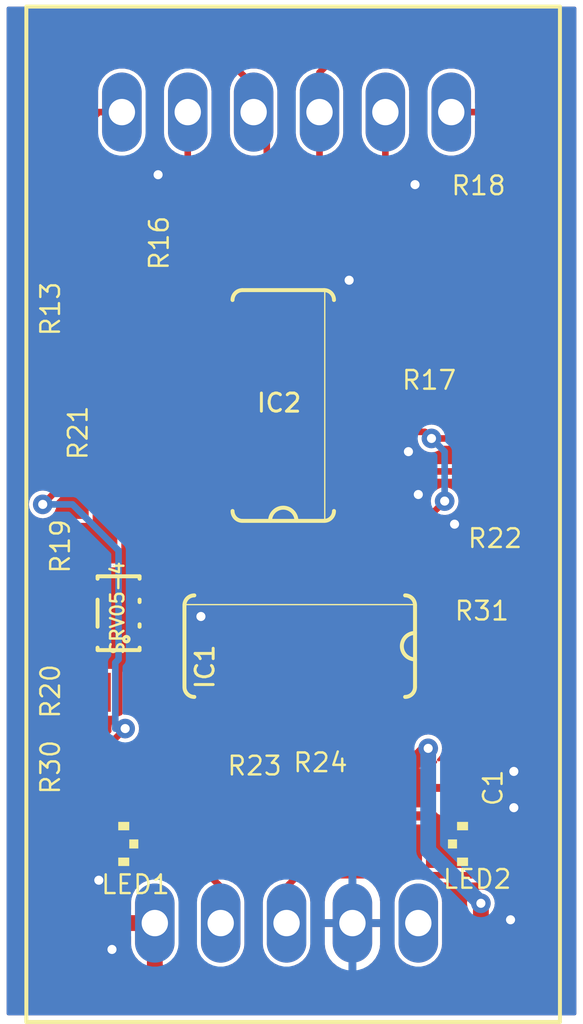
<source format=kicad_pcb>
(kicad_pcb (version 20221018) (generator pcbnew)
  (layers (0 "F.Cu" signal) (31 "B.Cu" signal) (34 "B.Paste" user) (35 "F.Paste" user) (36 "B.SilkS" user "B.Silkscreen") (37 "F.SilkS" user "F.Silkscreen") (38 "B.Mask" user) (39 "F.Mask" user) (44 "Edge.Cuts" user))
  (net 0 "")
  (net 1 "GND")
  (net 2 "VIN_BAWAH")
  (net 3 "TX_MX")
  (net 4 "RX_MX")
  (net 5 "DIR_MX")
  (net 6 "DIR_XL")
  (net 7 "TTL_MX")
  (net 8 "TTL_XL")
  (net 9 "RX_XL")
  (net 10 "TX_XL")
  (net 11 "1OE_HCT14")
  (net 12 "N$3")
  (net 13 "N$18")
  (net 14 "N$21")
  (net 15 "N$25")
  (net 16 "TTL_MX_IN")
  (net 17 "TTL_XL_IN")
  (net 18 "4OE_HCT14")
  (net 19 "3V3")
  (net 20 "N$1")
  (net 21 "N$2")
  (net 22 "N$4")
  (net 23 "N$5")
  (footprint "transceiver 2.0:R0805" (layer "F.Cu") (at 141.7066 93.7006 90)
    (fp_text reference "R16" (at 0.127 1.27 90) (layer "F.SilkS") (effects (font (size 0.719328 0.719328) (thickness 0.093472)) (justify right top)))
    (fp_text value "330")
    (pad "1" smd rect (at -0.95 0 90) (size 1.3 1.5) (layers "F.Cu" "F.Paste" "F.Mask") (net 9 "RX_XL"))
    (pad "2" smd rect (at 0.95 0 90) (size 1.3 1.5) (layers "F.Cu" "F.Paste" "F.Mask") (net 1 "GND"))
  )
  (footprint "transceiver 2.0:R0805" (layer "F.Cu") (at 155.8036 95.0976 90)
    (fp_text reference "R18" (at 3.048 1.016) (layer "F.SilkS") (effects (font (size 0.719328 0.719328) (thickness 0.093472)) (justify right top)))
    (fp_text value "330")
    (pad "1" smd rect (at -0.95 0 90) (size 1.3 1.5) (layers "F.Cu" "F.Paste" "F.Mask") (net 4 "RX_MX"))
    (pad "2" smd rect (at 0.95 0 90) (size 1.3 1.5) (layers "F.Cu" "F.Paste" "F.Mask") (net 1 "GND"))
  )
  (footprint "transceiver 2.0:SOT23-6" (layer "F.Cu") (at 141.8336 108.9406 90)
    (fp_text reference "SRV05-4" (at -1.651 0.254 90) (layer "F.SilkS") (effects (font (size 0.516128 0.516128) (thickness 0.093472)) (justify left bottom)))
    (fp_text value "10F200T" hide)
    (fp_line (start -1.422 -0.81) (end -1.328 -0.81) (stroke (width 0.1524)) (layer "F.SilkS"))
    (fp_line (start -1.422 0.81) (end -1.422 -0.81) (stroke (width 0.1524)) (layer "F.SilkS"))
    (fp_line (start -1.328 0.81) (end -1.422 0.81) (stroke (width 0.1524)) (layer "F.SilkS"))
    (fp_line (start -0.522 -0.81) (end 0.522 -0.81) (stroke (width 0.1524)) (layer "F.SilkS"))
    (fp_line (start -0.428 0.81) (end -0.522 0.81) (stroke (width 0.1524)) (layer "F.SilkS"))
    (fp_line (start 0.522 0.81) (end 0.428 0.81) (stroke (width 0.1524)) (layer "F.SilkS"))
    (fp_line (start 1.328 -0.81) (end 1.422 -0.81) (stroke (width 0.1524)) (layer "F.SilkS"))
    (fp_line (start 1.422 -0.81) (end 1.422 0.81) (stroke (width 0.1524)) (layer "F.SilkS"))
    (fp_line (start 1.422 0.81) (end 1.328 0.81) (stroke (width 0.1524)) (layer "F.SilkS"))
    (fp_circle (center -1 0.3) (end -0.9 0.3) (stroke (width 0.127)) (fill none) (layer "F.SilkS"))
    (pad "1" smd rect (at -0.95 1.3 90) (size 0.55 1.2) (layers "F.Cu" "F.Paste" "F.Mask") (net 16 "TTL_MX_IN"))
    (pad "2" smd rect (at 0 1.3 90) (size 0.55 1.2) (layers "F.Cu" "F.Paste" "F.Mask") (net 1 "GND"))
    (pad "3" smd rect (at 0.95 1.3 90) (size 0.55 1.2) (layers "F.Cu" "F.Paste" "F.Mask") (net 17 "TTL_XL_IN"))
    (pad "4" smd rect (at 0.95 -1.3 90) (size 0.55 1.2) (layers "F.Cu" "F.Paste" "F.Mask"))
    (pad "5" smd rect (at 0 -1.3 90) (size 0.55 1.2) (layers "F.Cu" "F.Paste" "F.Mask") (net 2 "VIN_BAWAH"))
    (pad "6" smd rect (at -0.95 -1.3 90) (size 0.55 1.2) (layers "F.Cu" "F.Paste" "F.Mask"))
  )
  (footprint "transceiver 2.0:TRANSCEIVER_2.0" (layer "F.Cu") (at 139.6746 87.0966)
    (fp_text reference "U$1" hide)
    (fp_text value "TRANSCEIVER_2.0" hide)
    (fp_line (start -1.397 -1.524) (end 19.177 -1.524) (stroke (width 0.1524)) (layer "F.SilkS"))
    (fp_line (start -1.397 37.592) (end -1.397 -1.524) (stroke (width 0.1524)) (layer "F.SilkS"))
    (fp_line (start 19.177 -1.524) (end 19.177 37.592) (stroke (width 0.1524)) (layer "F.SilkS"))
    (fp_line (start 19.177 37.592) (end -1.397 37.592) (stroke (width 0.1524)) (layer "F.SilkS"))
    (pad "1" thru_hole oval (at 14.986 2.54 90) (size 3.048 1.524) (drill 1.016) (layers "*.Cu" "*.Mask") (net 3 "TX_MX"))
    (pad "2" thru_hole oval (at 12.446 2.54 90) (size 3.048 1.524) (drill 1.016) (layers "*.Cu" "*.Mask") (net 4 "RX_MX"))
    (pad "3" thru_hole oval (at 9.906 2.54 90) (size 3.048 1.524) (drill 1.016) (layers "*.Cu" "*.Mask") (net 5 "DIR_MX"))
    (pad "4" thru_hole oval (at 7.366 2.54 90) (size 3.048 1.524) (drill 1.016) (layers "*.Cu" "*.Mask") (net 6 "DIR_XL"))
    (pad "5" thru_hole oval (at 4.826 2.54 90) (size 3.048 1.524) (drill 1.016) (layers "*.Cu" "*.Mask") (net 9 "RX_XL"))
    (pad "6" thru_hole oval (at 2.286 2.54 90) (size 3.048 1.524) (drill 1.016) (layers "*.Cu" "*.Mask") (net 10 "TX_XL"))
    (pad "7" thru_hole oval (at 3.556 33.782 90) (size 3.048 1.524) (drill 1.016) (layers "*.Cu" "*.Mask") (net 2 "VIN_BAWAH"))
    (pad "8" thru_hole oval (at 6.096 33.782 90) (size 3.048 1.524) (drill 1.016) (layers "*.Cu" "*.Mask") (net 8 "TTL_XL"))
    (pad "9" thru_hole oval (at 8.636 33.782 90) (size 3.048 1.524) (drill 1.016) (layers "*.Cu" "*.Mask") (net 7 "TTL_MX"))
    (pad "10" thru_hole oval (at 11.176 33.782 90) (size 3.048 1.524) (drill 1.016) (layers "*.Cu" "*.Mask") (net 1 "GND"))
    (pad "11" thru_hole oval (at 13.716 33.782 90) (size 3.048 1.524) (drill 1.016) (layers "*.Cu" "*.Mask") (net 19 "3V3"))
  )
  (footprint "transceiver 2.0:R0805" (layer "F.Cu") (at 141.8336 111.9886 180)
    (fp_text reference "R20" (at 3.048 1.143 90) (layer "F.SilkS") (effects (font (size 0.719328 0.719328) (thickness 0.093472)) (justify right top)))
    (fp_text value "10k")
    (pad "1" smd rect (at -0.95 0 180) (size 1.3 1.5) (layers "F.Cu" "F.Paste" "F.Mask") (net 16 "TTL_MX_IN"))
    (pad "2" smd rect (at 0.95 0 180) (size 1.3 1.5) (layers "F.Cu" "F.Paste" "F.Mask") (net 2 "VIN_BAWAH"))
  )
  (footprint "transceiver 2.0:R0805" (layer "F.Cu") (at 154.7876 98.3996)
    (fp_text reference "R17" (at 0.127 1.143) (layer "F.SilkS") (effects (font (size 0.719328 0.719328) (thickness 0.093472)) (justify right top)))
    (fp_text value "330")
    (pad "1" smd rect (at -0.95 0) (size 1.3 1.5) (layers "F.Cu" "F.Paste" "F.Mask") (net 14 "N$21"))
    (pad "2" smd rect (at 0.95 0) (size 1.3 1.5) (layers "F.Cu" "F.Paste" "F.Mask") (net 4 "RX_MX"))
  )
  (footprint "transceiver 2.0:R0805" (layer "F.Cu") (at 149.7076 117.0686 90)
    (fp_text reference "R24" (at 2.794 1.016) (layer "F.SilkS") (effects (font (size 0.719328 0.719328) (thickness 0.093472)) (justify right top)))
    (fp_text value "330")
    (pad "1" smd rect (at -0.95 0 90) (size 1.3 1.5) (layers "F.Cu" "F.Paste" "F.Mask") (net 21 "N$2"))
    (pad "2" smd rect (at 0.95 0 90) (size 1.3 1.5) (layers "F.Cu" "F.Paste" "F.Mask") (net 20 "N$1"))
  )
  (footprint "transceiver 2.0:R0805" (layer "F.Cu") (at 141.8336 97.1296 180)
    (fp_text reference "R13" (at 3.048 1.016 90) (layer "F.SilkS") (effects (font (size 0.719328 0.719328) (thickness 0.093472)) (justify right top)))
    (fp_text value "330")
    (pad "1" smd rect (at -0.95 0 180) (size 1.3 1.5) (layers "F.Cu" "F.Paste" "F.Mask") (net 15 "N$25"))
    (pad "2" smd rect (at 0.95 0 180) (size 1.3 1.5) (layers "F.Cu" "F.Paste" "F.Mask") (net 9 "RX_XL"))
  )
  (footprint "transceiver 2.0:SO14" (layer "F.Cu") (at 148.1836 100.9396 90)
    (fp_text reference "IC2" (at 0.508 0.762) (layer "F.SilkS") (effects (font (size 0.6985 0.6985) (thickness 0.1143)) (justify right top)))
    (fp_text value "74HCT125D")
    (fp_line (start -4.445 -1.5748) (end -4.445 -0.508) (stroke (width 0.1524)) (layer "F.SilkS"))
    (fp_line (start -4.445 -0.508) (end -4.445 0.508) (stroke (width 0.1524)) (layer "F.SilkS"))
    (fp_line (start -4.445 0.508) (end -4.445 1.5748) (stroke (width 0.1524)) (layer "F.SilkS"))
    (fp_line (start -4.445 1.6002) (end 4.445 1.6002) (stroke (width 0.0508)) (layer "F.SilkS"))
    (fp_line (start 4.445 1.5748) (end 4.445 -1.5748) (stroke (width 0.1524)) (layer "F.SilkS"))
    (fp_arc (start -4.445 -1.5748) (mid -4.333408 -1.844208) (end -4.064 -1.9558) (stroke (width 0.1524)) (layer "F.SilkS"))
    (fp_arc (start -4.445 -0.508) (mid -3.937 0) (end -4.445 0.508) (stroke (width 0.1524)) (layer "F.SilkS"))
    (fp_arc (start -4.064 1.9558) (mid -4.333408 1.844208) (end -4.445 1.5748) (stroke (width 0.1524)) (layer "F.SilkS"))
    (fp_arc (start 4.064 -1.9558) (mid 4.333408 -1.844208) (end 4.445 -1.5748) (stroke (width 0.1524)) (layer "F.SilkS"))
    (fp_arc (start 4.445 1.5748) (mid 4.333408 1.844208) (end 4.064 1.9558) (stroke (width 0.1524)) (layer "F.SilkS"))
    (pad "1" smd rect (at -3.81 3.0734 90) (size 0.6604 2.032) (layers "F.Cu" "F.Paste" "F.Mask") (net 11 "1OE_HCT14"))
    (pad "2" smd rect (at -2.54 3.0734 90) (size 0.6604 2.032) (layers "F.Cu" "F.Paste" "F.Mask") (net 3 "TX_MX"))
    (pad "3" smd rect (at -1.27 3.0734 90) (size 0.6604 2.032) (layers "F.Cu" "F.Paste" "F.Mask") (net 16 "TTL_MX_IN"))
    (pad "4" smd rect (at 0 3.0734 90) (size 0.6604 2.032) (layers "F.Cu" "F.Paste" "F.Mask") (net 5 "DIR_MX"))
    (pad "5" smd rect (at 1.27 3.0734 90) (size 0.6604 2.032) (layers "F.Cu" "F.Paste" "F.Mask") (net 16 "TTL_MX_IN"))
    (pad "6" smd rect (at 2.54 3.0734 90) (size 0.6604 2.032) (layers "F.Cu" "F.Paste" "F.Mask") (net 14 "N$21"))
    (pad "7" smd rect (at 3.81 3.0734 90) (size 0.6604 2.032) (layers "F.Cu" "F.Paste" "F.Mask") (net 1 "GND"))
    (pad "8" smd rect (at 3.81 -3.0734 90) (size 0.6604 2.032) (layers "F.Cu" "F.Paste" "F.Mask") (net 15 "N$25"))
    (pad "9" smd rect (at 2.54 -3.0734 90) (size 0.6604 2.032) (layers "F.Cu" "F.Paste" "F.Mask") (net 17 "TTL_XL_IN"))
    (pad "10" smd rect (at 1.27 -3.0734 90) (size 0.6604 2.032) (layers "F.Cu" "F.Paste" "F.Mask") (net 6 "DIR_XL"))
    (pad "11" smd rect (at 0 -3.0734 90) (size 0.6604 2.032) (layers "F.Cu" "F.Paste" "F.Mask") (net 17 "TTL_XL_IN"))
    (pad "12" smd rect (at -1.27 -3.0734 90) (size 0.6604 2.032) (layers "F.Cu" "F.Paste" "F.Mask") (net 10 "TX_XL"))
    (pad "13" smd rect (at -2.54 -3.0734 90) (size 0.6604 2.032) (layers "F.Cu" "F.Paste" "F.Mask") (net 18 "4OE_HCT14"))
    (pad "14" smd rect (at -3.81 -3.0734 90) (size 0.6604 2.032) (layers "F.Cu" "F.Paste" "F.Mask") (net 2 "VIN_BAWAH"))
  )
  (footprint "transceiver 2.0:R0805" (layer "F.Cu") (at 156.3116 103.4796 90)
    (fp_text reference "R22" (at -2.159 1.143) (layer "F.SilkS") (effects (font (size 0.719328 0.719328) (thickness 0.093472)) (justify right top)))
    (fp_text value "330")
    (pad "1" smd rect (at -0.95 0 90) (size 1.3 1.5) (layers "F.Cu" "F.Paste" "F.Mask") (net 7 "TTL_MX"))
    (pad "2" smd rect (at 0.95 0 90) (size 1.3 1.5) (layers "F.Cu" "F.Paste" "F.Mask") (net 16 "TTL_MX_IN"))
  )
  (footprint "transceiver 2.0:R0805" (layer "F.Cu") (at 147.1676 117.1956 90)
    (fp_text reference "R23" (at 2.794 1.016) (layer "F.SilkS") (effects (font (size 0.719328 0.719328) (thickness 0.093472)) (justify right top)))
    (fp_text value "330")
    (pad "1" smd rect (at -0.95 0 90) (size 1.3 1.5) (layers "F.Cu" "F.Paste" "F.Mask") (net 22 "N$4"))
    (pad "2" smd rect (at 0.95 0 90) (size 1.3 1.5) (layers "F.Cu" "F.Paste" "F.Mask") (net 12 "N$3"))
  )
  (footprint "transceiver 2.0:C0805" (layer "F.Cu") (at 154.0256 115.6716)
    (fp_text reference "C1" (at 2.667 0.762 90) (layer "F.SilkS") (effects (font (size 0.719328 0.719328) (thickness 0.093472)) (justify left bottom)))
    (fp_text value "100n")
    (pad "1" smd rect (at -0.95 0) (size 1.3 1.5) (layers "F.Cu" "F.Paste" "F.Mask") (net 2 "VIN_BAWAH"))
    (pad "2" smd rect (at 0.95 0) (size 1.3 1.5) (layers "F.Cu" "F.Paste" "F.Mask") (net 1 "GND"))
  )
  (footprint "transceiver 2.0:R0805" (layer "F.Cu") (at 141.9606 102.2096 90)
    (fp_text reference "R21" (at -0.889 -1.27 90) (layer "F.SilkS") (effects (font (size 0.719328 0.719328) (thickness 0.093472)) (justify left bottom)))
    (fp_text value "330")
    (pad "1" smd rect (at -0.95 0 90) (size 1.3 1.5) (layers "F.Cu" "F.Paste" "F.Mask") (net 8 "TTL_XL"))
    (pad "2" smd rect (at 0.95 0 90) (size 1.3 1.5) (layers "F.Cu" "F.Paste" "F.Mask") (net 17 "TTL_XL_IN"))
  )
  (footprint "transceiver 2.0:R0805" (layer "F.Cu") (at 142.0876 106.2736 180)
    (fp_text reference "R19" (at 2.921 1.016 90) (layer "F.SilkS") (effects (font (size 0.719328 0.719328) (thickness 0.093472)) (justify right top)))
    (fp_text value "10k")
    (pad "1" smd rect (at -0.95 0 180) (size 1.3 1.5) (layers "F.Cu" "F.Paste" "F.Mask") (net 17 "TTL_XL_IN"))
    (pad "2" smd rect (at 0.95 0 180) (size 1.3 1.5) (layers "F.Cu" "F.Paste" "F.Mask") (net 2 "VIN_BAWAH"))
  )
  (footprint "transceiver 2.0:R0805" (layer "F.Cu") (at 141.8336 114.7826 180)
    (fp_text reference "R30" (at 3.048 1.016 90) (layer "F.SilkS") (effects (font (size 0.719328 0.719328) (thickness 0.093472)) (justify right top)))
    (fp_text value "10K")
    (pad "1" smd rect (at -0.95 0 180) (size 1.3 1.5) (layers "F.Cu" "F.Paste" "F.Mask") (net 23 "N$5"))
    (pad "2" smd rect (at 0.95 0 180) (size 1.3 1.5) (layers "F.Cu" "F.Paste" "F.Mask") (net 8 "TTL_XL"))
  )
  (footprint "transceiver 2.0:R0805" (layer "F.Cu") (at 155.9306 111.3536 90)
    (fp_text reference "R31" (at 2.921 1.016) (layer "F.SilkS") (effects (font (size 0.719328 0.719328) (thickness 0.093472)) (justify right top)))
    (fp_text value "10K")
    (pad "1" smd rect (at -0.95 0 90) (size 1.3 1.5) (layers "F.Cu" "F.Paste" "F.Mask") (net 13 "N$18"))
    (pad "2" smd rect (at 0.95 0 90) (size 1.3 1.5) (layers "F.Cu" "F.Paste" "F.Mask") (net 7 "TTL_MX"))
  )
  (footprint "transceiver 2.0:CHIPLED_1206" (layer "F.Cu") (at 142.5956 117.8306 90)
    (fp_text reference "LED1" (at -1.143 1.27) (layer "F.SilkS") (effects (font (size 0.719328 0.719328) (thickness 0.093472)) (justify right top)))
    (fp_text value "")
    (fp_poly (pts (xy -0.85 -0.35) (xy -0.525 -0.35) (xy -0.525 -0.775) (xy -0.85 -0.775)) (fill solid) (layer "F.SilkS"))
    (fp_poly (pts (xy -0.175 0) (xy 0.175 0) (xy 0.175 -0.35) (xy -0.175 -0.35)) (fill solid) (layer "F.SilkS"))
    (fp_poly (pts (xy 0.525 -0.35) (xy 0.85 -0.35) (xy 0.85 -0.775) (xy 0.525 -0.775)) (fill solid) (layer "F.SilkS"))
    (pad "A" smd rect (at 0 1.75 90) (size 1.5 1.5) (layers "F.Cu" "F.Paste" "F.Mask") (net 22 "N$4"))
    (pad "C" smd rect (at 0 -1.75 90) (size 1.5 1.5) (layers "F.Cu" "F.Paste" "F.Mask") (net 1 "GND"))
  )
  (footprint "transceiver 2.0:SO14" (layer "F.Cu") (at 148.8186 110.2106 180)
    (fp_text reference "IC1" (at 4.064 0.127 90) (layer "F.SilkS") (effects (font (size 0.6985 0.6985) (thickness 0.1143)) (justify right top)))
    (fp_text value "74HCT14D")
    (fp_line (start -4.445 -1.5748) (end -4.445 -0.508) (stroke (width 0.1524)) (layer "F.SilkS"))
    (fp_line (start -4.445 -0.508) (end -4.445 0.508) (stroke (width 0.1524)) (layer "F.SilkS"))
    (fp_line (start -4.445 0.508) (end -4.445 1.5748) (stroke (width 0.1524)) (layer "F.SilkS"))
    (fp_line (start -4.445 1.6002) (end 4.445 1.6002) (stroke (width 0.0508)) (layer "F.SilkS"))
    (fp_line (start 4.445 1.5748) (end 4.445 -1.5748) (stroke (width 0.1524)) (layer "F.SilkS"))
    (fp_arc (start -4.445 -1.5748) (mid -4.333408 -1.844208) (end -4.064 -1.9558) (stroke (width 0.1524)) (layer "F.SilkS"))
    (fp_arc (start -4.445 -0.508) (mid -3.937 0) (end -4.445 0.508) (stroke (width 0.1524)) (layer "F.SilkS"))
    (fp_arc (start -4.064 1.9558) (mid -4.333408 1.844208) (end -4.445 1.5748) (stroke (width 0.1524)) (layer "F.SilkS"))
    (fp_arc (start 4.064 -1.9558) (mid 4.333408 -1.844208) (end 4.445 -1.5748) (stroke (width 0.1524)) (layer "F.SilkS"))
    (fp_arc (start 4.445 1.5748) (mid 4.333408 1.844208) (end 4.064 1.9558) (stroke (width 0.1524)) (layer "F.SilkS"))
    (pad "1" smd rect (at -3.81 3.0734 180) (size 0.6604 2.032) (layers "F.Cu" "F.Paste" "F.Mask") (net 5 "DIR_MX"))
    (pad "2" smd rect (at -2.54 3.0734 180) (size 0.6604 2.032) (layers "F.Cu" "F.Paste" "F.Mask") (net 11 "1OE_HCT14"))
    (pad "3" smd rect (at -1.27 3.0734 180) (size 0.6604 2.032) (layers "F.Cu" "F.Paste" "F.Mask") (net 6 "DIR_XL"))
    (pad "4" smd rect (at 0 3.0734 180) (size 0.6604 2.032) (layers "F.Cu" "F.Paste" "F.Mask") (net 18 "4OE_HCT14"))
    (pad "5" smd rect (at 1.27 3.0734 180) (size 0.6604 2.032) (layers "F.Cu" "F.Paste" "F.Mask"))
    (pad "6" smd rect (at 2.54 3.0734 180) (size 0.6604 2.032) (layers "F.Cu" "F.Paste" "F.Mask"))
    (pad "7" smd rect (at 3.81 3.0734 180) (size 0.6604 2.032) (layers "F.Cu" "F.Paste" "F.Mask") (net 1 "GND"))
    (pad "8" smd rect (at 3.81 -3.0734 180) (size 0.6604 2.032) (layers "F.Cu" "F.Paste" "F.Mask") (net 12 "N$3"))
    (pad "9" smd rect (at 2.54 -3.0734 180) (size 0.6604 2.032) (layers "F.Cu" "F.Paste" "F.Mask") (net 23 "N$5"))
    (pad "10" smd rect (at 1.27 -3.0734 180) (size 0.6604 2.032) (layers "F.Cu" "F.Paste" "F.Mask") (net 20 "N$1"))
    (pad "11" smd rect (at 0 -3.0734 180) (size 0.6604 2.032) (layers "F.Cu" "F.Paste" "F.Mask") (net 13 "N$18"))
    (pad "12" smd rect (at -1.27 -3.0734 180) (size 0.6604 2.032) (layers "F.Cu" "F.Paste" "F.Mask"))
    (pad "13" smd rect (at -2.54 -3.0734 180) (size 0.6604 2.032) (layers "F.Cu" "F.Paste" "F.Mask"))
    (pad "14" smd rect (at -3.81 -3.0734 180) (size 0.6604 2.032) (layers "F.Cu" "F.Paste" "F.Mask") (net 2 "VIN_BAWAH"))
  )
  (footprint "transceiver 2.0:CHIPLED_1206" (layer "F.Cu") (at 154.5336 117.8306 -90)
    (fp_text reference "LED2" (at 1.778 0.254) (layer "F.SilkS") (effects (font (size 0.719328 0.719328) (thickness 0.093472)) (justify left bottom)))
    (fp_text value "")
    (fp_poly (pts (xy -0.85 -0.35) (xy -0.525 -0.35) (xy -0.525 -0.775) (xy -0.85 -0.775)) (fill solid) (layer "F.SilkS"))
    (fp_poly (pts (xy -0.175 0) (xy 0.175 0) (xy 0.175 -0.35) (xy -0.175 -0.35)) (fill solid) (layer "F.SilkS"))
    (fp_poly (pts (xy 0.525 -0.35) (xy 0.85 -0.35) (xy 0.85 -0.775) (xy 0.525 -0.775)) (fill solid) (layer "F.SilkS"))
    (pad "A" smd rect (at 0 1.75 270) (size 1.5 1.5) (layers "F.Cu" "F.Paste" "F.Mask") (net 21 "N$2"))
    (pad "C" smd rect (at 0 -1.75 270) (size 1.5 1.5) (layers "F.Cu" "F.Paste" "F.Mask") (net 1 "GND"))
  )
  (via (at 145.0086 109.0676) (size 0.7564) (drill 0.35) (layers "F.Cu" "B.Cu") (net 1))
  (via (at 157.0736 116.4336) (size 0.7564) (drill 0.35) (layers "F.Cu" "B.Cu") (net 1))
  (via (at 150.7236 96.1136) (size 0.7564) (drill 0.35) (layers "F.Cu" "B.Cu") (net 1))
  (via (at 154.7876 105.5116) (size 0.7564) (drill 0.35) (layers "F.Cu" "B.Cu") (net 1))
  (via (at 153.0096 102.7176) (size 0.7564) (drill 0.35) (layers "F.Cu" "B.Cu") (net 1))
  (via (at 157.0736 115.0366) (size 0.7564) (drill 0.35) (layers "F.Cu" "B.Cu") (net 1))
  (via (at 143.3576 92.0496) (size 0.7564) (drill 0.35) (layers "F.Cu" "B.Cu") (net 1))
  (via (at 153.3906 104.3686) (size 0.7564) (drill 0.35) (layers "F.Cu" "B.Cu") (net 1))
  (via (at 153.2636 92.4306) (size 0.7564) (drill 0.35) (layers "F.Cu" "B.Cu") (net 1))
  (via (at 156.9466 120.7516) (size 0.7564) (drill 0.35) (layers "F.Cu" "B.Cu") (net 1))
  (via (at 141.0716 119.2276) (size 0.7564) (drill 0.35) (layers "F.Cu" "B.Cu") (net 1))
  (via (at 141.5796 121.8946) (size 0.7564) (drill 0.35) (layers "F.Cu" "B.Cu") (net 1))
  (segment (start 139.0396 108.6866) (end 139.0396 106.4006) (width 0.6096) (layer "F.Cu") (net 2))
  (segment (start 140.1826 111.9886) (end 139.0396 110.8456) (width 0.6096) (layer "F.Cu") (net 2))
  (segment (start 139.0396 110.8456) (end 139.0396 108.6866) (width 0.6096) (layer "F.Cu") (net 2))
  (segment (start 153.0756 114.8436) (end 153.0756 115.6716) (width 0.6096) (layer "F.Cu") (net 2))
  (segment (start 138.9126 113.9596) (end 138.9126 120.3706) (width 0.6096) (layer "F.Cu") (net 2))
  (segment (start 153.7716 114.1476) (end 153.0756 114.8436) (width 0.6096) (layer "F.Cu") (net 2))
  (segment (start 143.2306 120.8786) (end 143.2306 122.6058) (width 0.6096) (layer "F.Cu") (net 2))
  (segment (start 139.6746 105.7656) (end 140.6296 105.7656) (width 0.6096) (layer "F.Cu") (net 2))
  (segment (start 140.8836 111.9886) (end 138.9126 113.9596) (width 0.6096) (layer "F.Cu") (net 2))
  (segment (start 141.1376 104.7496) (end 141.1376 106.2736) (width 0.6096) (layer "F.Cu") (net 2))
  (segment (start 140.6296 105.7656) (end 141.1376 106.2736) (width 0.6096) (layer "F.Cu") (net 2))
  (segment (start 139.4206 120.8786) (end 143.2306 120.8786) (width 0.6096) (layer "F.Cu") (net 2))
  (segment (start 153.0756 115.6716) (end 152.6286 115.2246) (width 0.6096) (layer "F.Cu") (net 2))
  (segment (start 155.8036 122.4788) (end 155.8036 120.1166) (width 0.6096) (layer "F.Cu") (net 2))
  (segment (start 143.7386 123.1138) (end 155.1686 123.1138) (width 0.6096) (layer "F.Cu") (net 2))
  (segment (start 139.4206 120.8786) (end 138.9126 120.3706) (width 0.6096) (layer "F.Cu") (net 2))
  (segment (start 143.2306 122.6058) (end 143.7386 123.1138) (width 0.6096) (layer "F.Cu") (net 2))
  (segment (start 140.5336 108.9406) (end 139.2936 108.9406) (width 0.6096) (layer "F.Cu") (net 2))
  (segment (start 155.1686 123.1138) (end 155.8036 122.4788) (width 0.6096) (layer "F.Cu") (net 2))
  (segment (start 139.2936 108.9406) (end 139.0396 108.6866) (width 0.6096) (layer "F.Cu") (net 2))
  (segment (start 140.8836 111.9886) (end 140.1826 111.9886) (width 0.6096) (layer "F.Cu") (net 2))
  (segment (start 145.1102 104.7496) (end 141.1376 104.7496) (width 0.6096) (layer "F.Cu") (net 2))
  (segment (start 139.0396 106.4006) (end 139.6746 105.7656) (width 0.6096) (layer "F.Cu") (net 2))
  (segment (start 152.6286 115.2246) (end 152.6286 113.284) (width 0.6096) (layer "F.Cu") (net 2))
  (via (at 153.7716 114.1476) (size 0.7564) (drill 0.35) (layers "F.Cu" "B.Cu") (net 2))
  (via (at 155.8036 120.1166) (size 0.7564) (drill 0.35) (layers "F.Cu" "B.Cu") (net 2))
  (segment (start 155.8036 120.1166) (end 153.7716 118.0846) (width 0.6096) (layer "B.Cu") (net 2))
  (segment (start 153.7716 118.0846) (end 153.7716 114.1476) (width 0.6096) (layer "B.Cu") (net 2))
  (segment (start 158.3436 102.4636) (end 158.3436 91.7956) (width 0.254) (layer "F.Cu") (net 3))
  (segment (start 158.3436 91.7956) (end 156.1846 89.6366) (width 0.254) (layer "F.Cu") (net 3))
  (segment (start 151.257 103.4796) (end 157.3276 103.4796) (width 0.254) (layer "F.Cu") (net 3))
  (segment (start 154.6606 89.6366) (end 156.1846 89.6366) (width 0.254) (layer "F.Cu") (net 3))
  (segment (start 157.3276 103.4796) (end 158.3436 102.4636) (width 0.254) (layer "F.Cu") (net 3))
  (segment (start 155.8036 96.0476) (end 154.9756 96.0476) (width 0.254) (layer "F.Cu") (net 4))
  (segment (start 152.1206 93.1926) (end 152.1206 89.6366) (width 0.254) (layer "F.Cu") (net 4))
  (segment (start 154.9756 96.0476) (end 152.1206 93.1926) (width 0.254) (layer "F.Cu") (net 4))
  (segment (start 155.8036 96.0476) (end 155.7376 98.3996) (width 0.254) (layer "F.Cu") (net 4))
  (segment (start 152.337931 104.0892) (end 149.6822 104.0892) (width 0.254) (layer "F.Cu") (net 5))
  (segment (start 151.257 100.9396) (end 152.4 100.9396) (width 0.254) (layer "F.Cu") (net 5))
  (segment (start 152.6286 107.1372) (end 152.6286 104.379868) (width 0.254) (layer "F.Cu") (net 5))
  (segment (start 156.643731 91.7956) (end 154.0256 91.7956) (width 0.254) (layer "F.Cu") (net 5))
  (segment (start 148.1836 99.4156) (end 149.5806 98.0186) (width 0.254) (layer "F.Cu") (net 5))
  (segment (start 153.5176 91.2876) (end 153.5176 88.3666) (width 0.254) (layer "F.Cu") (net 5))
  (segment (start 152.4254 100.9142) (end 152.4 100.9396) (width 0.254) (layer "F.Cu") (net 5))
  (segment (start 156.034131 100.9142) (end 157.4546 99.493732) (width 0.254) (layer "F.Cu") (net 5))
  (segment (start 150.2156 87.4776) (end 149.5806 88.1126) (width 0.254) (layer "F.Cu") (net 5))
  (segment (start 157.4546 92.606469) (end 156.643731 91.7956) (width 0.254) (layer "F.Cu") (net 5))
  (segment (start 152.4254 100.9142) (end 156.034131 100.9142) (width 0.254) (layer "F.Cu") (net 5))
  (segment (start 154.0256 91.7956) (end 153.5176 91.2876) (width 0.254) (layer "F.Cu") (net 5))
  (segment (start 153.5176 88.3666) (end 152.6286 87.4776) (width 0.254) (layer "F.Cu") (net 5))
  (segment (start 157.4546 99.493732) (end 157.4546 92.606469) (width 0.254) (layer "F.Cu") (net 5))
  (segment (start 148.1836 102.5906) (end 148.1836 99.4156) (width 0.254) (layer "F.Cu") (net 5))
  (segment (start 149.5806 88.1126) (end 149.5806 89.6366) (width 0.254) (layer "F.Cu") (net 5))
  (segment (start 152.6286 104.379868) (end 152.337931 104.0892) (width 0.254) (layer "F.Cu") (net 5))
  (segment (start 149.5806 98.0186) (end 149.5806 89.6366) (width 0.254) (layer "F.Cu") (net 5))
  (segment (start 149.6822 104.0892) (end 148.1836 102.5906) (width 0.254) (layer "F.Cu") (net 5))
  (segment (start 152.6286 87.4776) (end 150.2156 87.4776) (width 0.254) (layer "F.Cu") (net 5))
  (segment (start 139.9286 99.6696) (end 139.1666 98.9076) (width 0.254) (layer "F.Cu") (net 6))
  (segment (start 139.1666 98.9076) (end 139.1666 92.5576) (width 0.254) (layer "F.Cu") (net 6))
  (segment (start 146.0246 87.6046) (end 147.0406 88.6206) (width 0.254) (layer "F.Cu") (net 6))
  (segment (start 143.2306 87.9856) (end 143.6116 87.6046) (width 0.254) (layer "F.Cu") (net 6))
  (segment (start 140.1826 91.5416) (end 142.7226 91.5416) (width 0.254) (layer "F.Cu") (net 6))
  (segment (start 147.5486 103.3526) (end 147.5486 90.1446) (width 0.254) (layer "F.Cu") (net 6))
  (segment (start 143.2306 91.0336) (end 143.2306 87.9856) (width 0.254) (layer "F.Cu") (net 6))
  (segment (start 150.0886 107.1372) (end 150.0886 105.8926) (width 0.254) (layer "F.Cu") (net 6))
  (segment (start 145.1102 99.6696) (end 139.9286 99.6696) (width 0.254) (layer "F.Cu") (net 6))
  (segment (start 147.5486 90.1446) (end 147.0406 89.6366) (width 0.254) (layer "F.Cu") (net 6))
  (segment (start 139.1666 92.5576) (end 140.1826 91.5416) (width 0.254) (layer "F.Cu") (net 6))
  (segment (start 150.0886 105.8926) (end 147.5486 103.3526) (width 0.254) (layer "F.Cu") (net 6))
  (segment (start 143.6116 87.6046) (end 146.0246 87.6046) (width 0.254) (layer "F.Cu") (net 6))
  (segment (start 147.0406 88.6206) (end 147.0406 89.6366) (width 0.254) (layer "F.Cu") (net 6))
  (segment (start 142.7226 91.5416) (end 143.2306 91.0336) (width 0.254) (layer "F.Cu") (net 6))
  (segment (start 156.5656 104.6836) (end 156.5656 109.1946) (width 0.254) (layer "F.Cu") (net 7))
  (segment (start 157.6476 110.4036) (end 155.9306 110.4036) (width 0.254) (layer "F.Cu") (net 7))
  (segment (start 148.7576 119.0346) (end 148.3106 119.4816) (width 0.254) (layer "F.Cu") (net 7))
  (segment (start 156.3116 104.4296) (end 156.5656 104.6836) (width 0.254) (layer "F.Cu") (net 7))
  (segment (start 156.3116 104.4296) (end 156.4996 104.6176) (width 0.254) (layer "F.Cu") (net 7))
  (segment (start 155.9306 109.8296) (end 155.9306 110.4036) (width 0.254) (layer "F.Cu") (net 7))
  (segment (start 157.5816 119.0346) (end 148.7576 119.0346) (width 0.254) (layer "F.Cu") (net 7))
  (segment (start 156.5656 109.1946) (end 155.9306 109.8296) (width 0.254) (layer "F.Cu") (net 7))
  (segment (start 157.8966 110.6526) (end 157.6476 110.4036) (width 0.254) (layer "F.Cu") (net 7))
  (segment (start 157.5816 119.0346) (end 157.8966 118.7196) (width 0.254) (layer "F.Cu") (net 7))
  (segment (start 157.8966 118.7196) (end 157.8966 110.6526) (width 0.254) (layer "F.Cu") (net 7))
  (segment (start 148.3106 120.8786) (end 148.3106 119.4816) (width 0.254) (layer "F.Cu") (net 7))
  (segment (start 142.5346 117.1956) (end 142.5346 118.1506) (width 0.254) (layer "F.Cu") (net 8))
  (segment (start 143.3576 118.9736) (end 142.5346 118.1506) (width 0.254) (layer "F.Cu") (net 8))
  (segment (start 141.9606 103.1596) (end 140.4998 103.1596) (width 0.254) (layer "F.Cu") (net 8))
  (segment (start 142.5346 117.1956) (end 140.8836 115.5446) (width 0.254) (layer "F.Cu") (net 8))
  (segment (start 140.8836 114.5896) (end 140.8836 114.7826) (width 0.254) (layer "F.Cu") (net 8))
  (segment (start 145.2626 118.9736) (end 143.3576 118.9736) (width 0.254) (layer "F.Cu") (net 8))
  (segment (start 140.8836 115.5446) (end 140.8836 114.7826) (width 0.254) (layer "F.Cu") (net 8))
  (segment (start 140.4998 103.1596) (end 138.9098 104.7496) (width 0.254) (layer "F.Cu") (net 8))
  (segment (start 142.0876 113.3856) (end 140.8836 114.5896) (width 0.254) (layer "F.Cu") (net 8))
  (segment (start 145.7706 120.8786) (end 145.7706 119.4816) (width 0.254) (layer "F.Cu") (net 8))
  (segment (start 145.7706 119.4816) (end 145.2626 118.9736) (width 0.254) (layer "F.Cu") (net 8))
  (via (at 142.0876 113.3856) (size 0.7564) (drill 0.35) (layers "F.Cu" "B.Cu") (net 8))
  (via (at 138.9098 104.7496) (size 0.7564) (drill 0.35) (layers "F.Cu" "B.Cu") (net 8))
  (segment (start 141.7066 110.8456) (end 141.7066 113.3856) (width 0.254) (layer "B.Cu") (net 8))
  (segment (start 141.8336 110.7186) (end 141.7066 110.8456) (width 0.254) (layer "B.Cu") (net 8))
  (segment (start 140.0556 104.7496) (end 141.8336 106.5276) (width 0.254) (layer "B.Cu") (net 8))
  (segment (start 141.7066 113.3856) (end 142.0876 113.3856) (width 0.254) (layer "B.Cu") (net 8))
  (segment (start 138.9098 104.7496) (end 140.0556 104.7496) (width 0.254) (layer "B.Cu") (net 8))
  (segment (start 141.8336 106.5276) (end 141.8336 110.7186) (width 0.254) (layer "B.Cu") (net 8))
  (segment (start 144.5006 92.5576) (end 144.5006 89.6366) (width 0.254) (layer "F.Cu") (net 9))
  (segment (start 141.7066 94.6506) (end 140.8836 94.673694) (width 0.254) (layer "F.Cu") (net 9))
  (segment (start 141.7066 94.6506) (end 142.4076 94.6506) (width 0.254) (layer "F.Cu") (net 9))
  (segment (start 140.8836 94.673694) (end 140.8836 97.1296) (width 0.254) (layer "F.Cu") (net 9))
  (segment (start 144.5006 92.5576) (end 142.4076 94.6506) (width 0.254) (layer "F.Cu") (net 9))
  (segment (start 138.6586 92.0496) (end 138.6586 101.0666) (width 0.254) (layer "F.Cu") (net 10))
  (segment (start 139.8016 102.2096) (end 138.6586 101.0666) (width 0.254) (layer "F.Cu") (net 10))
  (segment (start 141.0716 89.6366) (end 141.9606 89.6366) (width 0.254) (layer "F.Cu") (net 10))
  (segment (start 141.0716 89.6366) (end 138.6586 92.0496) (width 0.254) (layer "F.Cu") (net 10))
  (segment (start 145.1102 102.2096) (end 139.8016 102.2096) (width 0.254) (layer "F.Cu") (net 10))
  (segment (start 151.257 107.0356) (end 151.257 104.7496) (width 0.254) (layer "F.Cu") (net 11))
  (segment (start 151.3586 107.1372) (end 151.257 107.0356) (width 0.254) (layer "F.Cu") (net 11))
  (segment (start 145.0086 114.0866) (end 147.1676 116.2456) (width 0.254) (layer "F.Cu") (net 12))
  (segment (start 145.0086 113.284) (end 145.0086 114.0866) (width 0.254) (layer "F.Cu") (net 12))
  (segment (start 148.8186 111.8616) (end 149.1996 111.4806) (width 0.254) (layer "F.Cu") (net 13))
  (segment (start 154.3406 112.3036) (end 155.9306 112.3036) (width 0.254) (layer "F.Cu") (net 13))
  (segment (start 148.8186 111.8616) (end 148.8186 113.284) (width 0.254) (layer "F.Cu") (net 13))
  (segment (start 149.1996 111.4806) (end 153.5176 111.4806) (width 0.254) (layer "F.Cu") (net 13))
  (segment (start 153.5176 111.4806) (end 154.3406 112.3036) (width 0.254) (layer "F.Cu") (net 13))
  (segment (start 151.257 98.3996) (end 153.8376 98.3996) (width 0.254) (layer "F.Cu") (net 14))
  (segment (start 145.1102 97.1296) (end 142.7836 97.1296) (width 0.254) (layer "F.Cu") (net 15))
  (segment (start 153.8986 102.2096) (end 153.6446 101.9556) (width 0.254) (layer "F.Cu") (net 16))
  (segment (start 151.257 102.2096) (end 149.9616 102.2096) (width 0.254) (layer "F.Cu") (net 16))
  (segment (start 149.3266 101.5746) (end 149.3266 100.0506) (width 0.254) (layer "F.Cu") (net 16))
  (segment (start 154.4066 104.6226) (end 153.8986 105.1306) (width 0.254) (layer "F.Cu") (net 16))
  (segment (start 156.3116 102.5296) (end 155.9916 102.2096) (width 0.254) (layer "F.Cu") (net 16))
  (segment (start 142.7836 111.9886) (end 143.1336 111.6386) (width 0.254) (layer "F.Cu") (net 16))
  (segment (start 155.9916 102.2096) (end 153.8986 102.2096) (width 0.254) (layer "F.Cu") (net 16))
  (segment (start 151.511 101.9556) (end 151.257 102.2096) (width 0.254) (layer "F.Cu") (net 16))
  (segment (start 153.6446 101.9556) (end 151.511 101.9556) (width 0.254) (layer "F.Cu") (net 16))
  (segment (start 149.7076 99.6696) (end 151.257 99.6696) (width 0.254) (layer "F.Cu") (net 16))
  (segment (start 143.1336 109.8906) (end 152.9486 109.8906) (width 0.254) (layer "F.Cu") (net 16))
  (segment (start 143.1336 111.6386) (end 143.1336 109.8906) (width 0.254) (layer "F.Cu") (net 16))
  (segment (start 149.9616 102.2096) (end 149.3266 101.5746) (width 0.254) (layer "F.Cu") (net 16))
  (segment (start 153.8986 105.1306) (end 153.8986 108.9406) (width 0.254) (layer "F.Cu") (net 16))
  (segment (start 149.3266 100.0506) (end 149.7076 99.6696) (width 0.254) (layer "F.Cu") (net 16))
  (segment (start 152.9486 109.8906) (end 153.8986 108.9406) (width 0.254) (layer "F.Cu") (net 16))
  (via (at 154.4066 104.6226) (size 0.7564) (drill 0.35) (layers "F.Cu" "B.Cu") (net 16))
  (via (at 153.8986 102.2096) (size 0.7564) (drill 0.35) (layers "F.Cu" "B.Cu") (net 16))
  (segment (start 153.8986 102.2096) (end 154.4066 102.7176) (width 0.254) (layer "B.Cu") (net 16))
  (segment (start 154.4066 102.7176) (end 154.4066 104.6226) (width 0.254) (layer "B.Cu") (net 16))
  (segment (start 146.5326 105.5116) (end 146.7866 105.2576) (width 0.254) (layer "F.Cu") (net 17))
  (segment (start 147.0406 100.3046) (end 146.4056 100.9396) (width 0.254) (layer "F.Cu") (net 17))
  (segment (start 143.4846 103.0986) (end 143.7386 102.8446) (width 0.254) (layer "F.Cu") (net 17))
  (segment (start 146.7866 104.6226) (end 146.304 104.14) (width 0.254) (layer "F.Cu") (net 17))
  (segment (start 146.304 104.14) (end 143.891 104.14) (width 0.254) (layer "F.Cu") (net 17))
  (segment (start 146.5326 102.8446) (end 146.7866 102.5906) (width 0.254) (layer "F.Cu") (net 17))
  (segment (start 143.7386 102.8446) (end 146.5326 102.8446) (width 0.254) (layer "F.Cu") (net 17))
  (segment (start 146.4056 100.9396) (end 145.1102 100.9396) (width 0.254) (layer "F.Cu") (net 17))
  (segment (start 143.0376 106.2736) (end 143.4846 106.2736) (width 0.254) (layer "F.Cu") (net 17))
  (segment (start 146.7866 105.2576) (end 146.7866 104.6226) (width 0.254) (layer "F.Cu") (net 17))
  (segment (start 142.2806 100.9396) (end 145.1102 100.9396) (width 0.254) (layer "F.Cu") (net 17))
  (segment (start 143.1336 106.3696) (end 143.0376 106.2736) (width 0.254) (layer "F.Cu") (net 17))
  (segment (start 146.7866 101.3206) (end 146.4056 100.9396) (width 0.254) (layer "F.Cu") (net 17))
  (segment (start 143.1336 107.9906) (end 143.1336 106.3696) (width 0.254) (layer "F.Cu") (net 17))
  (segment (start 144.2466 105.5116) (end 146.5326 105.5116) (width 0.254) (layer "F.Cu") (net 17))
  (segment (start 147.0406 98.9076) (end 147.0406 100.3046) (width 0.254) (layer "F.Cu") (net 17))
  (segment (start 145.1102 98.3996) (end 146.5326 98.3996) (width 0.254) (layer "F.Cu") (net 17))
  (segment (start 143.891 104.14) (end 143.4846 103.7336) (width 0.254) (layer "F.Cu") (net 17))
  (segment (start 143.4846 106.2736) (end 144.2466 105.5116) (width 0.254) (layer "F.Cu") (net 17))
  (segment (start 146.7866 102.5906) (end 146.7866 101.3206) (width 0.254) (layer "F.Cu") (net 17))
  (segment (start 146.5326 98.3996) (end 147.0406 98.9076) (width 0.254) (layer "F.Cu") (net 17))
  (segment (start 143.4846 103.7336) (end 143.4846 103.0986) (width 0.254) (layer "F.Cu") (net 17))
  (segment (start 141.9606 101.2596) (end 142.2806 100.9396) (width 0.254) (layer "F.Cu") (net 17))
  (segment (start 145.1102 103.4796) (end 146.6596 103.4796) (width 0.254) (layer "F.Cu") (net 18))
  (segment (start 148.8186 105.6386) (end 148.8186 107.1372) (width 0.254) (layer "F.Cu") (net 18))
  (segment (start 146.6596 103.4796) (end 148.8186 105.6386) (width 0.254) (layer "F.Cu") (net 18))
  (segment (start 149.7076 116.1186) (end 147.5486 113.9596) (width 0.254) (layer "F.Cu") (net 20))
  (segment (start 147.5486 113.9596) (end 147.5486 113.284) (width 0.254) (layer "F.Cu") (net 20))
  (segment (start 149.7076 118.0186) (end 152.5956 118.0186) (width 0.254) (layer "F.Cu") (net 21))
  (segment (start 152.5956 118.0186) (end 152.7836 117.8306) (width 0.254) (layer "F.Cu") (net 21))
  (segment (start 146.8526 117.8306) (end 147.1676 118.1456) (width 0.254) (layer "F.Cu") (net 22))
  (segment (start 144.3456 117.8306) (end 146.8526 117.8306) (width 0.254) (layer "F.Cu") (net 22))
  (segment (start 146.1516 111.8616) (end 146.2786 111.9886) (width 0.254) (layer "F.Cu") (net 23))
  (segment (start 144.5006 111.8616) (end 144.1806 112.1816) (width 0.254) (layer "F.Cu") (net 23))
  (segment (start 144.1806 114.4016) (end 143.7996 114.7826) (width 0.254) (layer "F.Cu") (net 23))
  (segment (start 144.5006 111.8616) (end 146.1516 111.8616) (width 0.254) (layer "F.Cu") (net 23))
  (segment (start 144.1806 112.1816) (end 144.1806 114.4016) (width 0.254) (layer "F.Cu") (net 23))
  (segment (start 142.7836 114.7826) (end 143.7996 114.7826) (width 0.254) (layer "F.Cu") (net 23))
  (segment (start 146.2786 111.9886) (end 146.2786 113.284) (width 0.254) (layer "F.Cu") (net 23))
  (zone (net 1) (net_name "GND") (layer "F.Cu") (priority 6) (connect_pads (clearance 0.000001)) (min_thickness 0.127) (fill yes (thermal_gap 0.304) (thermal_bridge_width 0.304))
    (polygon (pts (xy 159.4866 124.4346) (xy 137.5156 124.4346) (xy 137.5156 85.5726) (xy 159.4866 85.5726)))
  )
  (zone (net 1) (net_name "GND") (layer "B.Cu") (priority 6) (connect_pads (clearance 0.000001)) (min_thickness 0.127) (fill yes (thermal_gap 0.304) (thermal_bridge_width 0.304))
    (polygon (pts (xy 159.4866 124.4346) (xy 137.5156 124.4346) (xy 137.5156 85.5726) (xy 159.4866 85.5726)))
  )
)
</source>
